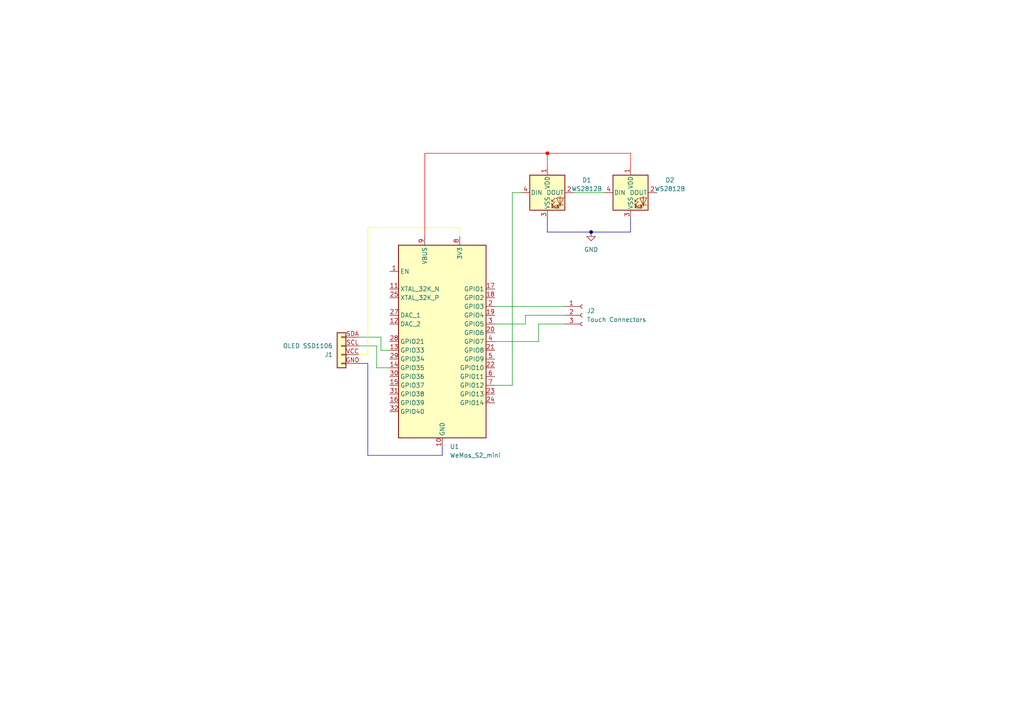
<source format=kicad_sch>
(kicad_sch (version 20230121) (generator eeschema)

  (uuid 71175619-b3bd-4fc0-9a5d-32938f850eba)

  (paper "A4")

  (lib_symbols
    (symbol "Connector:Conn_01x03_Socket" (pin_names (offset 1.016) hide) (in_bom yes) (on_board yes)
      (property "Reference" "J" (at 0 5.08 0)
        (effects (font (size 1.27 1.27)))
      )
      (property "Value" "Conn_01x03_Socket" (at 0 -5.08 0)
        (effects (font (size 1.27 1.27)))
      )
      (property "Footprint" "" (at 0 0 0)
        (effects (font (size 1.27 1.27)) hide)
      )
      (property "Datasheet" "~" (at 0 0 0)
        (effects (font (size 1.27 1.27)) hide)
      )
      (property "ki_locked" "" (at 0 0 0)
        (effects (font (size 1.27 1.27)))
      )
      (property "ki_keywords" "connector" (at 0 0 0)
        (effects (font (size 1.27 1.27)) hide)
      )
      (property "ki_description" "Generic connector, single row, 01x03, script generated" (at 0 0 0)
        (effects (font (size 1.27 1.27)) hide)
      )
      (property "ki_fp_filters" "Connector*:*_1x??_*" (at 0 0 0)
        (effects (font (size 1.27 1.27)) hide)
      )
      (symbol "Conn_01x03_Socket_1_1"
        (arc (start 0 -2.032) (mid -0.5058 -2.54) (end 0 -3.048)
          (stroke (width 0.1524) (type default))
          (fill (type none))
        )
        (polyline
          (pts
            (xy -1.27 -2.54)
            (xy -0.508 -2.54)
          )
          (stroke (width 0.1524) (type default))
          (fill (type none))
        )
        (polyline
          (pts
            (xy -1.27 0)
            (xy -0.508 0)
          )
          (stroke (width 0.1524) (type default))
          (fill (type none))
        )
        (polyline
          (pts
            (xy -1.27 2.54)
            (xy -0.508 2.54)
          )
          (stroke (width 0.1524) (type default))
          (fill (type none))
        )
        (arc (start 0 0.508) (mid -0.5058 0) (end 0 -0.508)
          (stroke (width 0.1524) (type default))
          (fill (type none))
        )
        (arc (start 0 3.048) (mid -0.5058 2.54) (end 0 2.032)
          (stroke (width 0.1524) (type default))
          (fill (type none))
        )
        (pin passive line (at -5.08 2.54 0) (length 3.81)
          (name "Pin_1" (effects (font (size 1.27 1.27))))
          (number "1" (effects (font (size 1.27 1.27))))
        )
        (pin passive line (at -5.08 0 0) (length 3.81)
          (name "Pin_2" (effects (font (size 1.27 1.27))))
          (number "2" (effects (font (size 1.27 1.27))))
        )
        (pin passive line (at -5.08 -2.54 0) (length 3.81)
          (name "Pin_3" (effects (font (size 1.27 1.27))))
          (number "3" (effects (font (size 1.27 1.27))))
        )
      )
    )
    (symbol "Custom:SSD1106" (pin_names (offset 1.016) hide) (in_bom yes) (on_board yes)
      (property "Reference" "J1" (at 2.54 0 0)
        (effects (font (size 1.27 1.27)) (justify left))
      )
      (property "Value" "OLED SSD1106" (at 2.54 -2.54 0)
        (effects (font (size 1.27 1.27)) (justify left))
      )
      (property "Footprint" "" (at 0 0 0)
        (effects (font (size 1.27 1.27)) hide)
      )
      (property "Datasheet" "~" (at 0 0 0)
        (effects (font (size 1.27 1.27)) hide)
      )
      (property "ki_keywords" "connector" (at 0 0 0)
        (effects (font (size 1.27 1.27)) hide)
      )
      (property "ki_description" "Generic connector, single row, 01x04, script generated (kicad-library-utils/schlib/autogen/connector/)" (at 0 0 0)
        (effects (font (size 1.27 1.27)) hide)
      )
      (property "ki_fp_filters" "Connector*:*_1x??_*" (at 0 0 0)
        (effects (font (size 1.27 1.27)) hide)
      )
      (symbol "SSD1106_1_1"
        (rectangle (start -1.27 -4.953) (end 0 -5.207)
          (stroke (width 0.1524) (type default))
          (fill (type none))
        )
        (rectangle (start -1.27 -2.413) (end 0 -2.667)
          (stroke (width 0.1524) (type default))
          (fill (type none))
        )
        (rectangle (start -1.27 0.127) (end 0 -0.127)
          (stroke (width 0.1524) (type default))
          (fill (type none))
        )
        (rectangle (start -1.27 2.667) (end 0 2.413)
          (stroke (width 0.1524) (type default))
          (fill (type none))
        )
        (rectangle (start -1.27 3.81) (end 1.27 -6.35)
          (stroke (width 0.254) (type default))
          (fill (type background))
        )
        (pin passive line (at -5.08 2.54 0) (length 3.81)
          (name "GND" (effects (font (size 1.27 1.27))))
          (number "GND" (effects (font (size 1.27 1.27))))
        )
        (pin passive line (at -5.08 -2.54 0) (length 3.81)
          (name "Pin_3" (effects (font (size 1.27 1.27))))
          (number "SCL" (effects (font (size 1.27 1.27))))
        )
        (pin passive line (at -5.08 -5.08 0) (length 3.81)
          (name "SDA" (effects (font (size 1.27 1.27))))
          (number "SDA" (effects (font (size 1.27 1.27))))
        )
        (pin passive line (at -5.08 0 0) (length 3.81)
          (name "Pin_2" (effects (font (size 1.27 1.27))))
          (number "VCC" (effects (font (size 1.27 1.27))))
        )
      )
    )
    (symbol "Custom:WeMos_S2_mini" (in_bom yes) (on_board yes)
      (property "Reference" "U" (at 2.54 -30.48 0)
        (effects (font (size 1.27 1.27)) (justify left))
      )
      (property "Value" "WeMos_S2_mini" (at 2.54 -33.02 0)
        (effects (font (size 1.27 1.27)) (justify left))
      )
      (property "Footprint" "Module:WEMOS_S2_mini" (at 0 -45.72 0)
        (effects (font (size 1.27 1.27)) hide)
      )
      (property "Datasheet" "https://www.wemos.cc/en/latest/s2/s2_mini.html" (at 0 -43.18 0)
        (effects (font (size 1.27 1.27)) hide)
      )
      (property "ki_keywords" "ESP32 WiFi microcontroller ESP32-S2FN4R2" (at 0 0 0)
        (effects (font (size 1.27 1.27)) hide)
      )
      (property "ki_description" "32-bit microcontroller module with WiFi" (at 0 0 0)
        (effects (font (size 1.27 1.27)) hide)
      )
      (property "ki_fp_filters" "WEMOS*S2*mini*" (at 0 0 0)
        (effects (font (size 1.27 1.27)) hide)
      )
      (symbol "WeMos_S2_mini_1_1"
        (rectangle (start -12.7 27.94) (end 12.7 -27.94)
          (stroke (width 0.254) (type default))
          (fill (type background))
        )
        (pin input line (at -15.24 20.32 0) (length 2.54)
          (name "EN" (effects (font (size 1.27 1.27))))
          (number "1" (effects (font (size 1.27 1.27))))
          (alternate "~{RST}" input line)
        )
        (pin power_in line (at 0 -30.48 90) (length 2.54)
          (name "GND" (effects (font (size 1.27 1.27))))
          (number "10" (effects (font (size 1.27 1.27))))
        )
        (pin input line (at -15.24 15.24 0) (length 2.54)
          (name "XTAL_32K_N" (effects (font (size 1.27 1.27))))
          (number "11" (effects (font (size 1.27 1.27))))
          (alternate "ADC2_CH5" input line)
          (alternate "GPIO16" bidirectional line)
          (alternate "U0CTS" input line)
        )
        (pin output line (at -15.24 5.08 0) (length 2.54)
          (name "DAC_2" (effects (font (size 1.27 1.27))))
          (number "12" (effects (font (size 1.27 1.27))))
          (alternate "ADC2_CH7" input line)
          (alternate "CLK_OUT3" tri_state line)
          (alternate "GPIO18" bidirectional line)
          (alternate "U1RXD" input line)
        )
        (pin bidirectional line (at -15.24 -2.54 0) (length 2.54)
          (name "GPIO33" (effects (font (size 1.27 1.27))))
          (number "13" (effects (font (size 1.27 1.27))))
          (alternate "FSPIHD" bidirectional line)
          (alternate "SPIIO4" bidirectional line)
        )
        (pin bidirectional line (at -15.24 -7.62 0) (length 2.54)
          (name "GPIO35" (effects (font (size 1.27 1.27))))
          (number "14" (effects (font (size 1.27 1.27))))
          (alternate "FSPID" bidirectional line)
          (alternate "SPIIO6" bidirectional line)
        )
        (pin bidirectional line (at -15.24 -12.7 0) (length 2.54)
          (name "GPIO37" (effects (font (size 1.27 1.27))))
          (number "15" (effects (font (size 1.27 1.27))))
          (alternate "FSPIQ" bidirectional line)
          (alternate "SPIDQS" bidirectional line)
        )
        (pin bidirectional line (at -15.24 -17.78 0) (length 2.54)
          (name "GPIO39" (effects (font (size 1.27 1.27))))
          (number "16" (effects (font (size 1.27 1.27))))
          (alternate "CLK_OUT3" tri_state line)
          (alternate "MTCK" output line)
        )
        (pin bidirectional line (at 15.24 15.24 180) (length 2.54)
          (name "GPIO1" (effects (font (size 1.27 1.27))))
          (number "17" (effects (font (size 1.27 1.27))))
          (alternate "ADC1_CH0" input line)
          (alternate "TOUCH1" input line)
        )
        (pin bidirectional line (at 15.24 12.7 180) (length 2.54)
          (name "GPIO2" (effects (font (size 1.27 1.27))))
          (number "18" (effects (font (size 1.27 1.27))))
          (alternate "ADC1_CH1" input line)
          (alternate "TOUCH2" input line)
        )
        (pin bidirectional line (at 15.24 7.62 180) (length 2.54)
          (name "GPIO4" (effects (font (size 1.27 1.27))))
          (number "19" (effects (font (size 1.27 1.27))))
          (alternate "ADC1_CH3" input line)
          (alternate "TOUCH4" input line)
        )
        (pin bidirectional line (at 15.24 10.16 180) (length 2.54)
          (name "GPIO3" (effects (font (size 1.27 1.27))))
          (number "2" (effects (font (size 1.27 1.27))))
          (alternate "ADC1_CH2" input line)
          (alternate "TOUCH3" input line)
        )
        (pin bidirectional line (at 15.24 2.54 180) (length 2.54)
          (name "GPIO6" (effects (font (size 1.27 1.27))))
          (number "20" (effects (font (size 1.27 1.27))))
          (alternate "ADC1_CH5" input line)
          (alternate "TOUCH6" input line)
        )
        (pin bidirectional line (at 15.24 -2.54 180) (length 2.54)
          (name "GPIO8" (effects (font (size 1.27 1.27))))
          (number "21" (effects (font (size 1.27 1.27))))
          (alternate "ADC1_CH7" input line)
          (alternate "TOUCH8" input line)
        )
        (pin bidirectional line (at 15.24 -7.62 180) (length 2.54)
          (name "GPIO10" (effects (font (size 1.27 1.27))))
          (number "22" (effects (font (size 1.27 1.27))))
          (alternate "ADC1_CH9" input line)
          (alternate "FSPICS0" bidirectional line)
          (alternate "FSPIIO4" bidirectional line)
          (alternate "TOUCH10" input line)
        )
        (pin bidirectional line (at 15.24 -15.24 180) (length 2.54)
          (name "GPIO13" (effects (font (size 1.27 1.27))))
          (number "23" (effects (font (size 1.27 1.27))))
          (alternate "ADC2_CH2" input line)
          (alternate "FSPIIO7" bidirectional line)
          (alternate "FSPIQ" bidirectional line)
          (alternate "TOUCH13" input line)
        )
        (pin bidirectional line (at 15.24 -17.78 180) (length 2.54)
          (name "GPIO14" (effects (font (size 1.27 1.27))))
          (number "24" (effects (font (size 1.27 1.27))))
          (alternate "ADC2_CH3" input line)
          (alternate "FSPIDQS" bidirectional line)
          (alternate "FSPIWP" bidirectional line)
          (alternate "TOUCH14" input line)
        )
        (pin output line (at -15.24 12.7 0) (length 2.54)
          (name "XTAL_32K_P" (effects (font (size 1.27 1.27))))
          (number "25" (effects (font (size 1.27 1.27))))
          (alternate "ADC2_CH4" input line)
          (alternate "GPIO15" bidirectional line)
          (alternate "U0RTS" output line)
        )
        (pin passive line (at 0 -30.48 90) (length 2.54) hide
          (name "GND" (effects (font (size 1.27 1.27))))
          (number "26" (effects (font (size 1.27 1.27))))
        )
        (pin output line (at -15.24 7.62 0) (length 2.54)
          (name "DAC_1" (effects (font (size 1.27 1.27))))
          (number "27" (effects (font (size 1.27 1.27))))
          (alternate "ADC2_CH6" input line)
          (alternate "GPIO17" bidirectional line)
          (alternate "U1TXD" output line)
        )
        (pin bidirectional line (at -15.24 0 0) (length 2.54)
          (name "GPIO21" (effects (font (size 1.27 1.27))))
          (number "28" (effects (font (size 1.27 1.27))))
        )
        (pin bidirectional line (at -15.24 -5.08 0) (length 2.54)
          (name "GPIO34" (effects (font (size 1.27 1.27))))
          (number "29" (effects (font (size 1.27 1.27))))
          (alternate "FSPICS0" bidirectional line)
          (alternate "SPIIO5" bidirectional line)
        )
        (pin bidirectional line (at 15.24 5.08 180) (length 2.54)
          (name "GPIO5" (effects (font (size 1.27 1.27))))
          (number "3" (effects (font (size 1.27 1.27))))
          (alternate "ADC1_CH4" input line)
          (alternate "TOUCH5" input line)
        )
        (pin bidirectional line (at -15.24 -10.16 0) (length 2.54)
          (name "GPIO36" (effects (font (size 1.27 1.27))))
          (number "30" (effects (font (size 1.27 1.27))))
          (alternate "FSPICLK" bidirectional line)
          (alternate "FSPIIO7" bidirectional line)
        )
        (pin bidirectional line (at -15.24 -15.24 0) (length 2.54)
          (name "GPIO38" (effects (font (size 1.27 1.27))))
          (number "31" (effects (font (size 1.27 1.27))))
          (alternate "FSPIWP" bidirectional line)
        )
        (pin bidirectional line (at -15.24 -20.32 0) (length 2.54)
          (name "GPIO40" (effects (font (size 1.27 1.27))))
          (number "32" (effects (font (size 1.27 1.27))))
          (alternate "CLK_OUT2" tri_state line)
          (alternate "MTDO" output line)
        )
        (pin bidirectional line (at 15.24 0 180) (length 2.54)
          (name "GPIO7" (effects (font (size 1.27 1.27))))
          (number "4" (effects (font (size 1.27 1.27))))
          (alternate "ADC1_CH6" input line)
          (alternate "TOUCH7" input line)
        )
        (pin bidirectional line (at 15.24 -5.08 180) (length 2.54)
          (name "GPIO9" (effects (font (size 1.27 1.27))))
          (number "5" (effects (font (size 1.27 1.27))))
          (alternate "ADC1_CH8" input line)
          (alternate "FSPIHD" bidirectional line)
          (alternate "TOUCH9" input line)
        )
        (pin bidirectional line (at 15.24 -10.16 180) (length 2.54)
          (name "GPIO11" (effects (font (size 1.27 1.27))))
          (number "6" (effects (font (size 1.27 1.27))))
          (alternate "ADC2_CH0" input line)
          (alternate "FSPID" bidirectional line)
          (alternate "FSPIIO5" bidirectional line)
          (alternate "TOUCH11" input line)
        )
        (pin bidirectional line (at 15.24 -12.7 180) (length 2.54)
          (name "GPIO12" (effects (font (size 1.27 1.27))))
          (number "7" (effects (font (size 1.27 1.27))))
          (alternate "ADC2_CH1" input line)
          (alternate "FSPICLK" bidirectional line)
          (alternate "FSPIIO6" bidirectional line)
          (alternate "TOUCH12" input line)
        )
        (pin power_out line (at 5.08 30.48 270) (length 2.54)
          (name "3V3" (effects (font (size 1.27 1.27))))
          (number "8" (effects (font (size 1.27 1.27))))
        )
        (pin power_out line (at -5.08 30.48 270) (length 2.54)
          (name "VBUS" (effects (font (size 1.27 1.27))))
          (number "9" (effects (font (size 1.27 1.27))))
        )
      )
    )
    (symbol "LED:WS2812B" (pin_names (offset 0.254)) (in_bom yes) (on_board yes)
      (property "Reference" "D" (at 5.08 5.715 0)
        (effects (font (size 1.27 1.27)) (justify right bottom))
      )
      (property "Value" "WS2812B" (at 1.27 -5.715 0)
        (effects (font (size 1.27 1.27)) (justify left top))
      )
      (property "Footprint" "LED_SMD:LED_WS2812B_PLCC4_5.0x5.0mm_P3.2mm" (at 1.27 -7.62 0)
        (effects (font (size 1.27 1.27)) (justify left top) hide)
      )
      (property "Datasheet" "https://cdn-shop.adafruit.com/datasheets/WS2812B.pdf" (at 2.54 -9.525 0)
        (effects (font (size 1.27 1.27)) (justify left top) hide)
      )
      (property "ki_keywords" "RGB LED NeoPixel addressable" (at 0 0 0)
        (effects (font (size 1.27 1.27)) hide)
      )
      (property "ki_description" "RGB LED with integrated controller" (at 0 0 0)
        (effects (font (size 1.27 1.27)) hide)
      )
      (property "ki_fp_filters" "LED*WS2812*PLCC*5.0x5.0mm*P3.2mm*" (at 0 0 0)
        (effects (font (size 1.27 1.27)) hide)
      )
      (symbol "WS2812B_0_0"
        (text "RGB" (at 2.286 -4.191 0)
          (effects (font (size 0.762 0.762)))
        )
      )
      (symbol "WS2812B_0_1"
        (polyline
          (pts
            (xy 1.27 -3.556)
            (xy 1.778 -3.556)
          )
          (stroke (width 0) (type default))
          (fill (type none))
        )
        (polyline
          (pts
            (xy 1.27 -2.54)
            (xy 1.778 -2.54)
          )
          (stroke (width 0) (type default))
          (fill (type none))
        )
        (polyline
          (pts
            (xy 4.699 -3.556)
            (xy 2.667 -3.556)
          )
          (stroke (width 0) (type default))
          (fill (type none))
        )
        (polyline
          (pts
            (xy 2.286 -2.54)
            (xy 1.27 -3.556)
            (xy 1.27 -3.048)
          )
          (stroke (width 0) (type default))
          (fill (type none))
        )
        (polyline
          (pts
            (xy 2.286 -1.524)
            (xy 1.27 -2.54)
            (xy 1.27 -2.032)
          )
          (stroke (width 0) (type default))
          (fill (type none))
        )
        (polyline
          (pts
            (xy 3.683 -1.016)
            (xy 3.683 -3.556)
            (xy 3.683 -4.064)
          )
          (stroke (width 0) (type default))
          (fill (type none))
        )
        (polyline
          (pts
            (xy 4.699 -1.524)
            (xy 2.667 -1.524)
            (xy 3.683 -3.556)
            (xy 4.699 -1.524)
          )
          (stroke (width 0) (type default))
          (fill (type none))
        )
        (rectangle (start 5.08 5.08) (end -5.08 -5.08)
          (stroke (width 0.254) (type default))
          (fill (type background))
        )
      )
      (symbol "WS2812B_1_1"
        (pin power_in line (at 0 7.62 270) (length 2.54)
          (name "VDD" (effects (font (size 1.27 1.27))))
          (number "1" (effects (font (size 1.27 1.27))))
        )
        (pin output line (at 7.62 0 180) (length 2.54)
          (name "DOUT" (effects (font (size 1.27 1.27))))
          (number "2" (effects (font (size 1.27 1.27))))
        )
        (pin power_in line (at 0 -7.62 90) (length 2.54)
          (name "VSS" (effects (font (size 1.27 1.27))))
          (number "3" (effects (font (size 1.27 1.27))))
        )
        (pin input line (at -7.62 0 0) (length 2.54)
          (name "DIN" (effects (font (size 1.27 1.27))))
          (number "4" (effects (font (size 1.27 1.27))))
        )
      )
    )
    (symbol "power:GND" (power) (pin_names (offset 0)) (in_bom yes) (on_board yes)
      (property "Reference" "#PWR" (at 0 -6.35 0)
        (effects (font (size 1.27 1.27)) hide)
      )
      (property "Value" "GND" (at 0 -3.81 0)
        (effects (font (size 1.27 1.27)))
      )
      (property "Footprint" "" (at 0 0 0)
        (effects (font (size 1.27 1.27)) hide)
      )
      (property "Datasheet" "" (at 0 0 0)
        (effects (font (size 1.27 1.27)) hide)
      )
      (property "ki_keywords" "global power" (at 0 0 0)
        (effects (font (size 1.27 1.27)) hide)
      )
      (property "ki_description" "Power symbol creates a global label with name \"GND\" , ground" (at 0 0 0)
        (effects (font (size 1.27 1.27)) hide)
      )
      (symbol "GND_0_1"
        (polyline
          (pts
            (xy 0 0)
            (xy 0 -1.27)
            (xy 1.27 -1.27)
            (xy 0 -2.54)
            (xy -1.27 -1.27)
            (xy 0 -1.27)
          )
          (stroke (width 0) (type default))
          (fill (type none))
        )
      )
      (symbol "GND_1_1"
        (pin power_in line (at 0 0 270) (length 0) hide
          (name "GND" (effects (font (size 1.27 1.27))))
          (number "1" (effects (font (size 1.27 1.27))))
        )
      )
    )
  )

  (junction (at 171.45 67.31) (diameter 0) (color 0 0 132 1)
    (uuid 0ae5572b-f324-4b34-88eb-1b6ee603956d)
  )
  (junction (at 158.75 44.45) (diameter 0) (color 255 0 0 1)
    (uuid d7a90480-52ce-4b5b-8278-5065500d0819)
  )

  (wire (pts (xy 110.49 97.79) (xy 110.49 101.6))
    (stroke (width 0) (type default))
    (uuid 0469bcaf-4bf7-4223-b0a4-f0ec56b24a62)
  )
  (wire (pts (xy 143.51 99.06) (xy 156.21 99.06))
    (stroke (width 0) (type default))
    (uuid 04f996e2-5682-4f88-9844-700c6f30df11)
  )
  (wire (pts (xy 106.68 132.08) (xy 106.68 105.41))
    (stroke (width 0) (type default) (color 0 0 194 1))
    (uuid 09bd87dd-246d-4ca4-9b55-4867ce5a291e)
  )
  (wire (pts (xy 143.51 88.9) (xy 163.83 88.9))
    (stroke (width 0) (type default))
    (uuid 0b806dfb-8923-462d-8286-f52250524713)
  )
  (wire (pts (xy 128.27 132.08) (xy 106.68 132.08))
    (stroke (width 0) (type default) (color 0 0 194 1))
    (uuid 10816565-b31b-40ed-8e6d-edb0826ff3c1)
  )
  (wire (pts (xy 152.4 91.44) (xy 163.83 91.44))
    (stroke (width 0) (type default))
    (uuid 12cd5b4b-a1aa-4072-ab51-66e3328538a8)
  )
  (wire (pts (xy 110.49 101.6) (xy 113.03 101.6))
    (stroke (width 0) (type default))
    (uuid 27b037c8-7ae6-4ddc-adb6-2a321f02b45e)
  )
  (wire (pts (xy 106.68 105.41) (xy 104.14 105.41))
    (stroke (width 0) (type default) (color 0 0 194 1))
    (uuid 29e4e9b4-1164-4d8b-abe2-d2d085007d82)
  )
  (wire (pts (xy 123.19 68.58) (xy 123.19 44.45))
    (stroke (width 0) (type default) (color 255 0 0 1))
    (uuid 34aaac15-8c8b-4924-8cc7-e94be81c2660)
  )
  (wire (pts (xy 156.21 99.06) (xy 156.21 93.98))
    (stroke (width 0) (type default))
    (uuid 3549458d-fbee-4529-ae38-10287b318af0)
  )
  (wire (pts (xy 158.75 63.5) (xy 158.75 67.31))
    (stroke (width 0) (type default) (color 0 0 132 1))
    (uuid 3b3bddf8-396b-47bd-86fe-89ce75374a7d)
  )
  (wire (pts (xy 143.51 93.98) (xy 152.4 93.98))
    (stroke (width 0) (type default))
    (uuid 489beacb-a2b3-4583-ae47-cefeadfb8e99)
  )
  (wire (pts (xy 133.35 66.04) (xy 106.68 66.04))
    (stroke (width 0) (type default) (color 255 255 0 1))
    (uuid 550a6463-d979-43a8-9242-9000ba2c632c)
  )
  (wire (pts (xy 143.51 111.76) (xy 148.59 111.76))
    (stroke (width 0) (type default))
    (uuid 61de12c3-2c25-4dd6-aa47-918e6207dc44)
  )
  (wire (pts (xy 110.49 97.79) (xy 104.14 97.79))
    (stroke (width 0) (type default))
    (uuid 78c89aba-da28-4d98-be16-6b4882be1a2f)
  )
  (wire (pts (xy 106.68 66.04) (xy 106.68 102.87))
    (stroke (width 0) (type default) (color 255 255 0 1))
    (uuid 892f3fab-3fab-4892-b98c-d6a51aba469c)
  )
  (wire (pts (xy 148.59 55.88) (xy 151.13 55.88))
    (stroke (width 0) (type default))
    (uuid 8e2e059a-7689-4980-bf50-d4d43464c12d)
  )
  (wire (pts (xy 148.59 111.76) (xy 148.59 55.88))
    (stroke (width 0) (type default))
    (uuid 943aa7fb-c2be-4a91-84b5-4c0349c86c85)
  )
  (wire (pts (xy 109.22 100.33) (xy 109.22 106.68))
    (stroke (width 0) (type default))
    (uuid 94f5eda3-26db-49a0-a94c-e71be9e6df24)
  )
  (wire (pts (xy 171.45 67.31) (xy 182.88 67.31))
    (stroke (width 0) (type default) (color 0 0 132 1))
    (uuid 9596db8e-2be8-423a-afcf-aedb55f6ffe0)
  )
  (wire (pts (xy 109.22 100.33) (xy 104.14 100.33))
    (stroke (width 0) (type default))
    (uuid 9b2081ad-6960-4a1e-a6ce-188cda75436d)
  )
  (wire (pts (xy 106.68 102.87) (xy 104.14 102.87))
    (stroke (width 0) (type default) (color 255 255 0 1))
    (uuid 9b9e3970-b457-4fdc-b452-a032e3a5cd85)
  )
  (wire (pts (xy 128.27 132.08) (xy 128.27 129.54))
    (stroke (width 0) (type default) (color 0 0 194 1))
    (uuid a8bfe17f-a00d-4154-972e-d82287c9d14e)
  )
  (wire (pts (xy 152.4 93.98) (xy 152.4 91.44))
    (stroke (width 0) (type default))
    (uuid c2254b67-4600-446a-ae3c-7725c19a3781)
  )
  (wire (pts (xy 158.75 67.31) (xy 171.45 67.31))
    (stroke (width 0) (type default) (color 0 0 132 1))
    (uuid c225fb06-9dd4-4cc6-92f8-972c36c413bb)
  )
  (wire (pts (xy 156.21 93.98) (xy 163.83 93.98))
    (stroke (width 0) (type default))
    (uuid caaa2f6f-8370-485c-a9a9-19c6fca2bf32)
  )
  (wire (pts (xy 182.88 44.45) (xy 158.75 44.45))
    (stroke (width 0) (type default) (color 255 0 0 1))
    (uuid cc2ed200-2ae3-4817-ab11-b85ced3d79bb)
  )
  (wire (pts (xy 182.88 63.5) (xy 182.88 67.31))
    (stroke (width 0) (type default) (color 0 0 132 1))
    (uuid cd7e5ab7-b17a-4dc0-8561-809af6c91ff1)
  )
  (wire (pts (xy 182.88 48.26) (xy 182.88 44.45))
    (stroke (width 0) (type default) (color 255 0 0 1))
    (uuid cf960d0f-e2e5-439a-9083-2bb60476ad7a)
  )
  (wire (pts (xy 123.19 44.45) (xy 158.75 44.45))
    (stroke (width 0) (type default) (color 255 0 0 1))
    (uuid d4fa421b-61d6-45b2-983b-c9a141540988)
  )
  (wire (pts (xy 158.75 44.45) (xy 158.75 48.26))
    (stroke (width 0) (type default) (color 255 0 0 1))
    (uuid ee896566-bcc8-474d-b312-1d8651dacaf7)
  )
  (wire (pts (xy 166.37 55.88) (xy 175.26 55.88))
    (stroke (width 0) (type default))
    (uuid f6efdb37-f7e7-4b4f-a65e-38a425cc7075)
  )
  (wire (pts (xy 133.35 68.58) (xy 133.35 66.04))
    (stroke (width 0) (type default) (color 255 255 0 1))
    (uuid f76676d2-c2b5-404b-aa6d-74b1d99a7fb0)
  )
  (wire (pts (xy 109.22 106.68) (xy 113.03 106.68))
    (stroke (width 0) (type default))
    (uuid fafa913e-f5b7-4537-ba91-d7a0e0e289a3)
  )

  (symbol (lib_id "Connector:Conn_01x03_Socket") (at 168.91 91.44 0) (unit 1)
    (in_bom yes) (on_board yes) (dnp no) (fields_autoplaced)
    (uuid 2f9d19fd-2a31-41e2-aaf2-b34d117ceda1)
    (property "Reference" "J2" (at 170.18 90.17 0)
      (effects (font (size 1.27 1.27)) (justify left))
    )
    (property "Value" "Touch Connectors" (at 170.18 92.71 0)
      (effects (font (size 1.27 1.27)) (justify left))
    )
    (property "Footprint" "" (at 168.91 91.44 0)
      (effects (font (size 1.27 1.27)) hide)
    )
    (property "Datasheet" "~" (at 168.91 91.44 0)
      (effects (font (size 1.27 1.27)) hide)
    )
    (pin "1" (uuid b91de775-ff50-4f4b-9924-9cb5d7e4556a))
    (pin "2" (uuid 203fb8a3-3a76-4a89-a4ce-690e43bd16ec))
    (pin "3" (uuid d12637ca-1fff-4a65-86d1-4c24be10545d))
    (instances
      (project "esp-pomodoro-clock"
        (path "/71175619-b3bd-4fc0-9a5d-32938f850eba"
          (reference "J2") (unit 1)
        )
      )
    )
  )

  (symbol (lib_id "LED:WS2812B") (at 158.75 55.88 0) (unit 1)
    (in_bom yes) (on_board yes) (dnp no) (fields_autoplaced)
    (uuid 65667d27-a2ef-424b-a98a-6cdd6cadf2ae)
    (property "Reference" "D1" (at 170.18 52.2321 0)
      (effects (font (size 1.27 1.27)))
    )
    (property "Value" "WS2812B" (at 170.18 54.7721 0)
      (effects (font (size 1.27 1.27)))
    )
    (property "Footprint" "LED_SMD:LED_WS2812B_PLCC4_5.0x5.0mm_P3.2mm" (at 160.02 63.5 0)
      (effects (font (size 1.27 1.27)) (justify left top) hide)
    )
    (property "Datasheet" "https://cdn-shop.adafruit.com/datasheets/WS2812B.pdf" (at 161.29 65.405 0)
      (effects (font (size 1.27 1.27)) (justify left top) hide)
    )
    (pin "1" (uuid 56b47be1-9684-4b8a-86ad-8dfebbe6d75c))
    (pin "2" (uuid 95f5c340-949e-40c2-a9a3-47e9a6c34816))
    (pin "3" (uuid 3176c4b8-09af-440e-900e-815eb20159e0))
    (pin "4" (uuid 93986249-84b6-4e30-b303-fe964d5ac5cc))
    (instances
      (project "esp-pomodoro-clock"
        (path "/71175619-b3bd-4fc0-9a5d-32938f850eba"
          (reference "D1") (unit 1)
        )
      )
    )
  )

  (symbol (lib_id "Custom:WeMos_S2_mini") (at 128.27 99.06 0) (unit 1)
    (in_bom yes) (on_board yes) (dnp no) (fields_autoplaced)
    (uuid 8556e9bc-122a-4b8c-906c-22c619f942c7)
    (property "Reference" "U1" (at 130.4641 129.54 0)
      (effects (font (size 1.27 1.27)) (justify left))
    )
    (property "Value" "WeMos_S2_mini" (at 130.4641 132.08 0)
      (effects (font (size 1.27 1.27)) (justify left))
    )
    (property "Footprint" "Module:WEMOS_S2_mini" (at 128.27 144.78 0)
      (effects (font (size 1.27 1.27)) hide)
    )
    (property "Datasheet" "https://www.wemos.cc/en/latest/s2/s2_mini.html" (at 128.27 142.24 0)
      (effects (font (size 1.27 1.27)) hide)
    )
    (pin "1" (uuid a7ee22b1-be49-4322-9b14-f112179950c2))
    (pin "10" (uuid 8f1eca7a-2df4-493b-80e9-ec9ac4345406))
    (pin "11" (uuid 6278549b-bdcb-4cb6-9fcc-2a76b883001f))
    (pin "12" (uuid b66ef779-65bc-4806-b148-b0f0587623b3))
    (pin "13" (uuid c0ba7f00-ee5f-4a50-a4bb-f1fbdb20e793))
    (pin "14" (uuid 7afdb845-9284-4f6d-9105-18f274572485))
    (pin "15" (uuid 924a4c6b-608e-477a-a5e3-9c7240ff0eb0))
    (pin "16" (uuid f78094cf-b17b-4b47-8b88-d700de26c771))
    (pin "17" (uuid 89d5bf3f-650a-40a9-a712-a8216e9efc83))
    (pin "18" (uuid 55df23c7-61d7-461d-8bd7-98706433eaac))
    (pin "19" (uuid d3ec3b19-50bd-47dd-b0f9-df21bad0bae3))
    (pin "2" (uuid 836807f2-7b1f-4a84-9cfe-c5ccef492a19))
    (pin "20" (uuid 98edbe3f-d8c4-47b0-ba19-e564a18a82f0))
    (pin "21" (uuid d866b971-d67a-4332-a38d-5d72c34bcbda))
    (pin "22" (uuid bb7bad82-85e3-47db-8d60-8a30ded2f53f))
    (pin "23" (uuid 2dfcba6c-a00a-4daf-b68b-80d9f27d2ad9))
    (pin "24" (uuid d9b4a221-90dc-4b9f-a7a3-53110483b342))
    (pin "25" (uuid 243457be-cbaf-431e-a3d6-d540c050a740))
    (pin "26" (uuid a1826bda-c297-4b64-a667-544b6be1fedc))
    (pin "27" (uuid 3048f544-6329-4050-80ab-935c6c545bed))
    (pin "28" (uuid 227d64f7-ccfa-460b-ba1a-4aeb727f4596))
    (pin "29" (uuid 7790c654-a14a-43ad-b826-1abec9499bc1))
    (pin "3" (uuid 34e4dbe0-0ffa-4ce9-9d58-013eadf92371))
    (pin "30" (uuid 19d923c6-13bd-4ecf-b506-92600da4af77))
    (pin "31" (uuid d44af9e0-8a35-4104-bb90-f00345d49708))
    (pin "32" (uuid bb727b85-a05c-48eb-abed-dde2f375c9d8))
    (pin "4" (uuid d2400299-7811-496b-9c85-0fc184d20345))
    (pin "5" (uuid 7e0cfc36-ad3a-417a-b4bd-7f086214839b))
    (pin "6" (uuid 93ac15f0-04cd-48fa-a777-62e821a18d4e))
    (pin "7" (uuid fe578f61-c5c1-4696-94e0-14afa26d7ac5))
    (pin "8" (uuid 71b1458f-57e8-4ae7-9e7e-8b8644861606))
    (pin "9" (uuid d035abf1-77ae-4cf0-ba04-8bd5878f3b0d))
    (instances
      (project "esp-pomodoro-clock"
        (path "/71175619-b3bd-4fc0-9a5d-32938f850eba"
          (reference "U1") (unit 1)
        )
      )
    )
  )

  (symbol (lib_id "Custom:SSD1106") (at 99.06 102.87 180) (unit 1)
    (in_bom yes) (on_board yes) (dnp no)
    (uuid 905dc8b8-f137-4ab8-a7f3-ba0d737b34d7)
    (property "Reference" "J1" (at 96.52 102.87 0)
      (effects (font (size 1.27 1.27)) (justify left))
    )
    (property "Value" "OLED SSD1106" (at 96.52 100.33 0)
      (effects (font (size 1.27 1.27)) (justify left))
    )
    (property "Footprint" "" (at 99.06 102.87 0)
      (effects (font (size 1.27 1.27)) hide)
    )
    (property "Datasheet" "~" (at 99.06 102.87 0)
      (effects (font (size 1.27 1.27)) hide)
    )
    (pin "GND" (uuid 57819f7a-0826-4b5b-aabc-5b9b42a10f38))
    (pin "SCL" (uuid 00dcb5d8-04c0-4fd9-9226-5fa761c8d0d7))
    (pin "SDA" (uuid a3dacc61-61ee-4c90-9207-abbcb4c814f5))
    (pin "VCC" (uuid 97272853-1029-42b1-9bdd-a9c04923523e))
    (instances
      (project "esp-pomodoro-clock"
        (path "/71175619-b3bd-4fc0-9a5d-32938f850eba"
          (reference "J1") (unit 1)
        )
      )
    )
  )

  (symbol (lib_id "LED:WS2812B") (at 182.88 55.88 0) (unit 1)
    (in_bom yes) (on_board yes) (dnp no) (fields_autoplaced)
    (uuid aec3711d-98a6-41ac-b87a-7c5ce1734305)
    (property "Reference" "D2" (at 194.31 52.2321 0)
      (effects (font (size 1.27 1.27)))
    )
    (property "Value" "WS2812B" (at 194.31 54.7721 0)
      (effects (font (size 1.27 1.27)))
    )
    (property "Footprint" "LED_SMD:LED_WS2812B_PLCC4_5.0x5.0mm_P3.2mm" (at 184.15 63.5 0)
      (effects (font (size 1.27 1.27)) (justify left top) hide)
    )
    (property "Datasheet" "https://cdn-shop.adafruit.com/datasheets/WS2812B.pdf" (at 185.42 65.405 0)
      (effects (font (size 1.27 1.27)) (justify left top) hide)
    )
    (pin "1" (uuid 22f9081a-0861-474c-a0de-e7bc891c17ec))
    (pin "2" (uuid add74298-c75f-419d-a6e9-3430cd1d8fc4))
    (pin "3" (uuid a832fee6-b563-41b8-8cd4-1124e21ebe9e))
    (pin "4" (uuid 93446821-b54e-4536-a6e1-77c46d3346ed))
    (instances
      (project "esp-pomodoro-clock"
        (path "/71175619-b3bd-4fc0-9a5d-32938f850eba"
          (reference "D2") (unit 1)
        )
      )
    )
  )

  (symbol (lib_id "power:GND") (at 171.45 67.31 0) (unit 1)
    (in_bom yes) (on_board yes) (dnp no) (fields_autoplaced)
    (uuid bed6c44e-fb81-4fee-a9a8-cffd8001e10a)
    (property "Reference" "#PWR01" (at 171.45 73.66 0)
      (effects (font (size 1.27 1.27)) hide)
    )
    (property "Value" "GND" (at 171.45 72.39 0)
      (effects (font (size 1.27 1.27)))
    )
    (property "Footprint" "" (at 171.45 67.31 0)
      (effects (font (size 1.27 1.27)) hide)
    )
    (property "Datasheet" "" (at 171.45 67.31 0)
      (effects (font (size 1.27 1.27)) hide)
    )
    (pin "1" (uuid 6d59d544-e131-4576-9879-08aef4130d2c))
    (instances
      (project "esp-pomodoro-clock"
        (path "/71175619-b3bd-4fc0-9a5d-32938f850eba"
          (reference "#PWR01") (unit 1)
        )
      )
    )
  )

  (sheet_instances
    (path "/" (page "1"))
  )
)

</source>
